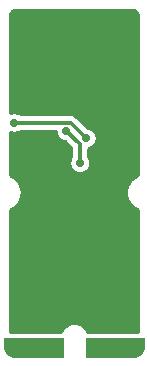
<source format=gbl>
G04 #@! TF.GenerationSoftware,KiCad,Pcbnew,(5.0.1-3-g963ef8bb5)*
G04 #@! TF.CreationDate,2018-11-23T17:34:31+10:30*
G04 #@! TF.ProjectId,electric-greetings,656C6563747269632D6772656574696E,1.0.0*
G04 #@! TF.SameCoordinates,Original*
G04 #@! TF.FileFunction,Copper,L2,Bot,Signal*
G04 #@! TF.FilePolarity,Positive*
%FSLAX46Y46*%
G04 Gerber Fmt 4.6, Leading zero omitted, Abs format (unit mm)*
G04 Created by KiCad (PCBNEW (5.0.1-3-g963ef8bb5)) date Friday, 23 November 2018 at 05:34:31 pm*
%MOMM*%
%LPD*%
G01*
G04 APERTURE LIST*
G04 #@! TA.AperFunction,ViaPad*
%ADD10C,0.700000*%
G04 #@! TD*
G04 #@! TA.AperFunction,ViaPad*
%ADD11C,0.800000*%
G04 #@! TD*
G04 #@! TA.AperFunction,Conductor*
%ADD12C,0.350000*%
G04 #@! TD*
G04 #@! TA.AperFunction,Conductor*
%ADD13C,0.254000*%
G04 #@! TD*
G04 #@! TA.AperFunction,Conductor*
%ADD14C,0.030000*%
G04 #@! TD*
G04 APERTURE END LIST*
D10*
G04 #@! TO.N,+3.3V*
X107061000Y-81407000D03*
X100965000Y-80073504D03*
G04 #@! TO.N,GND*
X102044500Y-93218000D03*
X109791500Y-79565500D03*
X103251000Y-83566000D03*
X102235000Y-84375000D03*
D11*
X108450000Y-84074000D03*
D10*
X109791500Y-80327500D03*
X106108500Y-94488000D03*
X102108000Y-87058500D03*
G04 #@! TO.N,USB_D-*
X106489500Y-83502500D03*
X105346500Y-80772000D03*
G04 #@! TO.N,TOUCH_A*
X104445000Y-98892500D03*
G04 #@! TO.N,TOUCH_B*
X107620000Y-98892500D03*
G04 #@! TD*
D12*
G04 #@! TO.N,+3.3V*
X107061000Y-81407000D02*
X105727504Y-80073504D01*
X101530685Y-80073504D02*
X100965000Y-80073504D01*
X105727504Y-80073504D02*
X101530685Y-80073504D01*
G04 #@! TO.N,USB_D-*
X106489500Y-83502500D02*
X106489500Y-81915000D01*
X106489500Y-81915000D02*
X105346500Y-80772000D01*
G04 #@! TD*
D13*
G04 #@! TO.N,GND*
G36*
X111081623Y-70587770D02*
X111160139Y-70611476D01*
X111232553Y-70649979D01*
X111296111Y-70701815D01*
X111348389Y-70765009D01*
X111387397Y-70837152D01*
X111411650Y-70915502D01*
X111423000Y-71023487D01*
X111423001Y-84534555D01*
X111383539Y-84551469D01*
X111335172Y-84571404D01*
X111328086Y-84575236D01*
X111157061Y-84669258D01*
X111113913Y-84698802D01*
X111070353Y-84727743D01*
X111064145Y-84732879D01*
X110914639Y-84858329D01*
X110878045Y-84895698D01*
X110840940Y-84932545D01*
X110835848Y-84938788D01*
X110713557Y-85090888D01*
X110684935Y-85134627D01*
X110655679Y-85178000D01*
X110651897Y-85185114D01*
X110561477Y-85358069D01*
X110541887Y-85406556D01*
X110521619Y-85454772D01*
X110519291Y-85462484D01*
X110464188Y-85649710D01*
X110454389Y-85701080D01*
X110443874Y-85752305D01*
X110443088Y-85760322D01*
X110425399Y-85954684D01*
X110425764Y-86006981D01*
X110425399Y-86059278D01*
X110426185Y-86067296D01*
X110446586Y-86261392D01*
X110457097Y-86312597D01*
X110466900Y-86363989D01*
X110469229Y-86371701D01*
X110526941Y-86558139D01*
X110547205Y-86606344D01*
X110566797Y-86654837D01*
X110570579Y-86661950D01*
X110663404Y-86833627D01*
X110692639Y-86876969D01*
X110721285Y-86920745D01*
X110726377Y-86926988D01*
X110850780Y-87077365D01*
X110887867Y-87114193D01*
X110924477Y-87151579D01*
X110930685Y-87156714D01*
X111081927Y-87280064D01*
X111125479Y-87309000D01*
X111168637Y-87338551D01*
X111175723Y-87342382D01*
X111348046Y-87434007D01*
X111396390Y-87453933D01*
X111423000Y-87465338D01*
X111423001Y-97794000D01*
X107133786Y-97794000D01*
X107126014Y-97770636D01*
X107010622Y-97567511D01*
X106857975Y-97390666D01*
X106673885Y-97246839D01*
X106465365Y-97141508D01*
X106240357Y-97078685D01*
X106007432Y-97060763D01*
X105775462Y-97088423D01*
X105553282Y-97160614D01*
X105349356Y-97274584D01*
X105171450Y-97425994D01*
X105026342Y-97609075D01*
X104931304Y-97794000D01*
X100577000Y-97794000D01*
X100577000Y-87465444D01*
X100616461Y-87448531D01*
X100664828Y-87428596D01*
X100671914Y-87424764D01*
X100842940Y-87330742D01*
X100886105Y-87301186D01*
X100929647Y-87272257D01*
X100935855Y-87267121D01*
X101085361Y-87141671D01*
X101121936Y-87104321D01*
X101159060Y-87067456D01*
X101164152Y-87061212D01*
X101286443Y-86909113D01*
X101315077Y-86865356D01*
X101344321Y-86822000D01*
X101348103Y-86814887D01*
X101438522Y-86641931D01*
X101458107Y-86593458D01*
X101478380Y-86545229D01*
X101480709Y-86537516D01*
X101535812Y-86350291D01*
X101545612Y-86298915D01*
X101556126Y-86247696D01*
X101556912Y-86239678D01*
X101574601Y-86045316D01*
X101574236Y-85993019D01*
X101574601Y-85940722D01*
X101573815Y-85932704D01*
X101553414Y-85738607D01*
X101542895Y-85687365D01*
X101533099Y-85636011D01*
X101530771Y-85628299D01*
X101473059Y-85441861D01*
X101452795Y-85393656D01*
X101433203Y-85345163D01*
X101429421Y-85338050D01*
X101336596Y-85166373D01*
X101307351Y-85123015D01*
X101278715Y-85079255D01*
X101273623Y-85073012D01*
X101149219Y-84922634D01*
X101112133Y-84885807D01*
X101075523Y-84848421D01*
X101069315Y-84843286D01*
X100918073Y-84719936D01*
X100874535Y-84691010D01*
X100831364Y-84661450D01*
X100824277Y-84657618D01*
X100651955Y-84565993D01*
X100603609Y-84546066D01*
X100577000Y-84534662D01*
X100577000Y-80862047D01*
X100709189Y-80916801D01*
X100878623Y-80950504D01*
X101051377Y-80950504D01*
X101220811Y-80916801D01*
X101380415Y-80850691D01*
X101492941Y-80775504D01*
X104469500Y-80775504D01*
X104469500Y-80858377D01*
X104503203Y-81027811D01*
X104569313Y-81187415D01*
X104665290Y-81331055D01*
X104787445Y-81453210D01*
X104931085Y-81549187D01*
X105090689Y-81615297D01*
X105223423Y-81641700D01*
X105787501Y-82205778D01*
X105787500Y-82974559D01*
X105712313Y-83087085D01*
X105646203Y-83246689D01*
X105612500Y-83416123D01*
X105612500Y-83588877D01*
X105646203Y-83758311D01*
X105712313Y-83917915D01*
X105808290Y-84061555D01*
X105930445Y-84183710D01*
X106074085Y-84279687D01*
X106233689Y-84345797D01*
X106403123Y-84379500D01*
X106575877Y-84379500D01*
X106745311Y-84345797D01*
X106904915Y-84279687D01*
X107048555Y-84183710D01*
X107170710Y-84061555D01*
X107266687Y-83917915D01*
X107332797Y-83758311D01*
X107366500Y-83588877D01*
X107366500Y-83416123D01*
X107332797Y-83246689D01*
X107266687Y-83087085D01*
X107191500Y-82974559D01*
X107191500Y-82275223D01*
X107316811Y-82250297D01*
X107476415Y-82184187D01*
X107620055Y-82088210D01*
X107742210Y-81966055D01*
X107838187Y-81822415D01*
X107904297Y-81662811D01*
X107938000Y-81493377D01*
X107938000Y-81320623D01*
X107904297Y-81151189D01*
X107838187Y-80991585D01*
X107742210Y-80847945D01*
X107620055Y-80725790D01*
X107476415Y-80629813D01*
X107316811Y-80563703D01*
X107184078Y-80537300D01*
X106248275Y-79601498D01*
X106226294Y-79574714D01*
X106119401Y-79486989D01*
X105997447Y-79421803D01*
X105865120Y-79381662D01*
X105761984Y-79371504D01*
X105761974Y-79371504D01*
X105727504Y-79368109D01*
X105693034Y-79371504D01*
X101492941Y-79371504D01*
X101380415Y-79296317D01*
X101220811Y-79230207D01*
X101051377Y-79196504D01*
X100878623Y-79196504D01*
X100709189Y-79230207D01*
X100577000Y-79284961D01*
X100577000Y-71028219D01*
X100587770Y-70918377D01*
X100611476Y-70839861D01*
X100649979Y-70767447D01*
X100701815Y-70703889D01*
X100765009Y-70651611D01*
X100837152Y-70612603D01*
X100915502Y-70588350D01*
X101023487Y-70577000D01*
X110971781Y-70577000D01*
X111081623Y-70587770D01*
X111081623Y-70587770D01*
G37*
X111081623Y-70587770D02*
X111160139Y-70611476D01*
X111232553Y-70649979D01*
X111296111Y-70701815D01*
X111348389Y-70765009D01*
X111387397Y-70837152D01*
X111411650Y-70915502D01*
X111423000Y-71023487D01*
X111423001Y-84534555D01*
X111383539Y-84551469D01*
X111335172Y-84571404D01*
X111328086Y-84575236D01*
X111157061Y-84669258D01*
X111113913Y-84698802D01*
X111070353Y-84727743D01*
X111064145Y-84732879D01*
X110914639Y-84858329D01*
X110878045Y-84895698D01*
X110840940Y-84932545D01*
X110835848Y-84938788D01*
X110713557Y-85090888D01*
X110684935Y-85134627D01*
X110655679Y-85178000D01*
X110651897Y-85185114D01*
X110561477Y-85358069D01*
X110541887Y-85406556D01*
X110521619Y-85454772D01*
X110519291Y-85462484D01*
X110464188Y-85649710D01*
X110454389Y-85701080D01*
X110443874Y-85752305D01*
X110443088Y-85760322D01*
X110425399Y-85954684D01*
X110425764Y-86006981D01*
X110425399Y-86059278D01*
X110426185Y-86067296D01*
X110446586Y-86261392D01*
X110457097Y-86312597D01*
X110466900Y-86363989D01*
X110469229Y-86371701D01*
X110526941Y-86558139D01*
X110547205Y-86606344D01*
X110566797Y-86654837D01*
X110570579Y-86661950D01*
X110663404Y-86833627D01*
X110692639Y-86876969D01*
X110721285Y-86920745D01*
X110726377Y-86926988D01*
X110850780Y-87077365D01*
X110887867Y-87114193D01*
X110924477Y-87151579D01*
X110930685Y-87156714D01*
X111081927Y-87280064D01*
X111125479Y-87309000D01*
X111168637Y-87338551D01*
X111175723Y-87342382D01*
X111348046Y-87434007D01*
X111396390Y-87453933D01*
X111423000Y-87465338D01*
X111423001Y-97794000D01*
X107133786Y-97794000D01*
X107126014Y-97770636D01*
X107010622Y-97567511D01*
X106857975Y-97390666D01*
X106673885Y-97246839D01*
X106465365Y-97141508D01*
X106240357Y-97078685D01*
X106007432Y-97060763D01*
X105775462Y-97088423D01*
X105553282Y-97160614D01*
X105349356Y-97274584D01*
X105171450Y-97425994D01*
X105026342Y-97609075D01*
X104931304Y-97794000D01*
X100577000Y-97794000D01*
X100577000Y-87465444D01*
X100616461Y-87448531D01*
X100664828Y-87428596D01*
X100671914Y-87424764D01*
X100842940Y-87330742D01*
X100886105Y-87301186D01*
X100929647Y-87272257D01*
X100935855Y-87267121D01*
X101085361Y-87141671D01*
X101121936Y-87104321D01*
X101159060Y-87067456D01*
X101164152Y-87061212D01*
X101286443Y-86909113D01*
X101315077Y-86865356D01*
X101344321Y-86822000D01*
X101348103Y-86814887D01*
X101438522Y-86641931D01*
X101458107Y-86593458D01*
X101478380Y-86545229D01*
X101480709Y-86537516D01*
X101535812Y-86350291D01*
X101545612Y-86298915D01*
X101556126Y-86247696D01*
X101556912Y-86239678D01*
X101574601Y-86045316D01*
X101574236Y-85993019D01*
X101574601Y-85940722D01*
X101573815Y-85932704D01*
X101553414Y-85738607D01*
X101542895Y-85687365D01*
X101533099Y-85636011D01*
X101530771Y-85628299D01*
X101473059Y-85441861D01*
X101452795Y-85393656D01*
X101433203Y-85345163D01*
X101429421Y-85338050D01*
X101336596Y-85166373D01*
X101307351Y-85123015D01*
X101278715Y-85079255D01*
X101273623Y-85073012D01*
X101149219Y-84922634D01*
X101112133Y-84885807D01*
X101075523Y-84848421D01*
X101069315Y-84843286D01*
X100918073Y-84719936D01*
X100874535Y-84691010D01*
X100831364Y-84661450D01*
X100824277Y-84657618D01*
X100651955Y-84565993D01*
X100603609Y-84546066D01*
X100577000Y-84534662D01*
X100577000Y-80862047D01*
X100709189Y-80916801D01*
X100878623Y-80950504D01*
X101051377Y-80950504D01*
X101220811Y-80916801D01*
X101380415Y-80850691D01*
X101492941Y-80775504D01*
X104469500Y-80775504D01*
X104469500Y-80858377D01*
X104503203Y-81027811D01*
X104569313Y-81187415D01*
X104665290Y-81331055D01*
X104787445Y-81453210D01*
X104931085Y-81549187D01*
X105090689Y-81615297D01*
X105223423Y-81641700D01*
X105787501Y-82205778D01*
X105787500Y-82974559D01*
X105712313Y-83087085D01*
X105646203Y-83246689D01*
X105612500Y-83416123D01*
X105612500Y-83588877D01*
X105646203Y-83758311D01*
X105712313Y-83917915D01*
X105808290Y-84061555D01*
X105930445Y-84183710D01*
X106074085Y-84279687D01*
X106233689Y-84345797D01*
X106403123Y-84379500D01*
X106575877Y-84379500D01*
X106745311Y-84345797D01*
X106904915Y-84279687D01*
X107048555Y-84183710D01*
X107170710Y-84061555D01*
X107266687Y-83917915D01*
X107332797Y-83758311D01*
X107366500Y-83588877D01*
X107366500Y-83416123D01*
X107332797Y-83246689D01*
X107266687Y-83087085D01*
X107191500Y-82974559D01*
X107191500Y-82275223D01*
X107316811Y-82250297D01*
X107476415Y-82184187D01*
X107620055Y-82088210D01*
X107742210Y-81966055D01*
X107838187Y-81822415D01*
X107904297Y-81662811D01*
X107938000Y-81493377D01*
X107938000Y-81320623D01*
X107904297Y-81151189D01*
X107838187Y-80991585D01*
X107742210Y-80847945D01*
X107620055Y-80725790D01*
X107476415Y-80629813D01*
X107316811Y-80563703D01*
X107184078Y-80537300D01*
X106248275Y-79601498D01*
X106226294Y-79574714D01*
X106119401Y-79486989D01*
X105997447Y-79421803D01*
X105865120Y-79381662D01*
X105761984Y-79371504D01*
X105761974Y-79371504D01*
X105727504Y-79368109D01*
X105693034Y-79371504D01*
X101492941Y-79371504D01*
X101380415Y-79296317D01*
X101220811Y-79230207D01*
X101051377Y-79196504D01*
X100878623Y-79196504D01*
X100709189Y-79230207D01*
X100577000Y-79284961D01*
X100577000Y-71028219D01*
X100587770Y-70918377D01*
X100611476Y-70839861D01*
X100649979Y-70767447D01*
X100701815Y-70703889D01*
X100765009Y-70651611D01*
X100837152Y-70612603D01*
X100915502Y-70588350D01*
X101023487Y-70577000D01*
X110971781Y-70577000D01*
X111081623Y-70587770D01*
D14*
G04 #@! TO.N,TOUCH_A*
G36*
X105067870Y-99935000D02*
X101003180Y-99935000D01*
X100818452Y-99916887D01*
X100643816Y-99864161D01*
X100482748Y-99778519D01*
X100341388Y-99663229D01*
X100225108Y-99522671D01*
X100138346Y-99362208D01*
X100084403Y-99187946D01*
X100065013Y-99003465D01*
X100065000Y-98999777D01*
X100065000Y-98336000D01*
X105060933Y-98336000D01*
X105067870Y-99935000D01*
X105067870Y-99935000D01*
G37*
X105067870Y-99935000D02*
X101003180Y-99935000D01*
X100818452Y-99916887D01*
X100643816Y-99864161D01*
X100482748Y-99778519D01*
X100341388Y-99663229D01*
X100225108Y-99522671D01*
X100138346Y-99362208D01*
X100084403Y-99187946D01*
X100065013Y-99003465D01*
X100065000Y-98999777D01*
X100065000Y-98336000D01*
X105060933Y-98336000D01*
X105067870Y-99935000D01*
G04 #@! TO.N,TOUCH_B*
G36*
X111935001Y-98996809D02*
X111916887Y-99181548D01*
X111864161Y-99356184D01*
X111778519Y-99517252D01*
X111663229Y-99658612D01*
X111522671Y-99774892D01*
X111362208Y-99861654D01*
X111187946Y-99915597D01*
X111003465Y-99934987D01*
X110999777Y-99935000D01*
X107000000Y-99935000D01*
X107000000Y-98336000D01*
X111935001Y-98336000D01*
X111935001Y-98996809D01*
X111935001Y-98996809D01*
G37*
X111935001Y-98996809D02*
X111916887Y-99181548D01*
X111864161Y-99356184D01*
X111778519Y-99517252D01*
X111663229Y-99658612D01*
X111522671Y-99774892D01*
X111362208Y-99861654D01*
X111187946Y-99915597D01*
X111003465Y-99934987D01*
X110999777Y-99935000D01*
X107000000Y-99935000D01*
X107000000Y-98336000D01*
X111935001Y-98336000D01*
X111935001Y-98996809D01*
G04 #@! TD*
M02*

</source>
